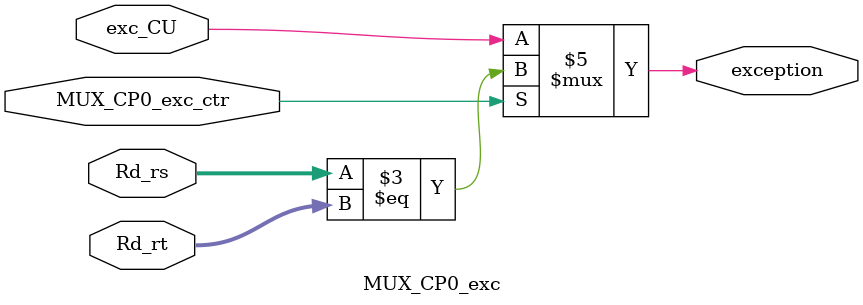
<source format=v>
`timescale 1ns / 1ps


module MUX_CP0_exc(
    input [31:0] Rd_rs,
    input [31:0] Rd_rt,
    input MUX_CP0_exc_ctr,
    input exc_CU,
    output reg exception
    );
    always@(*)begin
        if(MUX_CP0_exc_ctr == 0) begin
            exception <= exc_CU;
        end
        else begin
            exception <= (Rd_rs == Rd_rt);
        end
    end
endmodule

</source>
